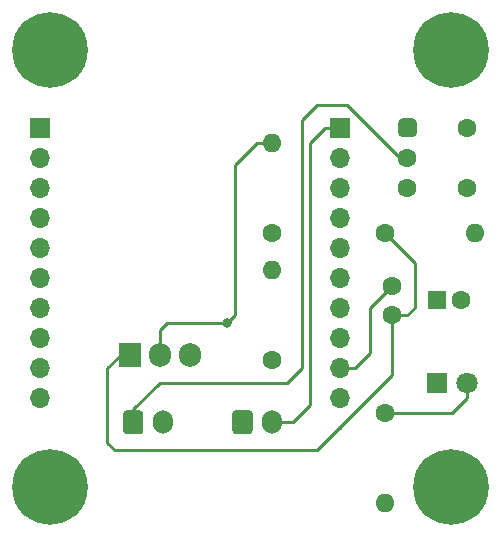
<source format=gbr>
%TF.GenerationSoftware,KiCad,Pcbnew,(5.1.9)-1*%
%TF.CreationDate,2022-08-08T16:48:10+09:00*%
%TF.ProjectId,Transmitter,5472616e-736d-4697-9474-65722e6b6963,rev?*%
%TF.SameCoordinates,Original*%
%TF.FileFunction,Copper,L2,Bot*%
%TF.FilePolarity,Positive*%
%FSLAX46Y46*%
G04 Gerber Fmt 4.6, Leading zero omitted, Abs format (unit mm)*
G04 Created by KiCad (PCBNEW (5.1.9)-1) date 2022-08-08 16:48:10*
%MOMM*%
%LPD*%
G01*
G04 APERTURE LIST*
%TA.AperFunction,ComponentPad*%
%ADD10O,1.700000X2.000000*%
%TD*%
%TA.AperFunction,ComponentPad*%
%ADD11R,1.700000X1.700000*%
%TD*%
%TA.AperFunction,ComponentPad*%
%ADD12O,1.700000X1.700000*%
%TD*%
%TA.AperFunction,ComponentPad*%
%ADD13C,1.600000*%
%TD*%
%TA.AperFunction,ComponentPad*%
%ADD14O,1.600000X1.600000*%
%TD*%
%TA.AperFunction,ComponentPad*%
%ADD15R,1.800000X1.800000*%
%TD*%
%TA.AperFunction,ComponentPad*%
%ADD16C,1.800000*%
%TD*%
%TA.AperFunction,ComponentPad*%
%ADD17C,6.400000*%
%TD*%
%TA.AperFunction,ComponentPad*%
%ADD18C,0.800000*%
%TD*%
%TA.AperFunction,ComponentPad*%
%ADD19R,1.905000X2.000000*%
%TD*%
%TA.AperFunction,ComponentPad*%
%ADD20O,1.905000X2.000000*%
%TD*%
%TA.AperFunction,ComponentPad*%
%ADD21R,1.600000X1.600000*%
%TD*%
%TA.AperFunction,ViaPad*%
%ADD22C,0.800000*%
%TD*%
%TA.AperFunction,Conductor*%
%ADD23C,0.250000*%
%TD*%
G04 APERTURE END LIST*
%TO.P,J6,1*%
%TO.N,+3V3*%
%TA.AperFunction,ComponentPad*%
G36*
G01*
X146470000Y-108240000D02*
X146470000Y-106740000D01*
G75*
G02*
X146720000Y-106490000I250000J0D01*
G01*
X147920000Y-106490000D01*
G75*
G02*
X148170000Y-106740000I0J-250000D01*
G01*
X148170000Y-108240000D01*
G75*
G02*
X147920000Y-108490000I-250000J0D01*
G01*
X146720000Y-108490000D01*
G75*
G02*
X146470000Y-108240000I0J250000D01*
G01*
G37*
%TD.AperFunction*%
D10*
%TO.P,J6,2*%
%TO.N,ESS*%
X149820000Y-107490000D03*
%TD*%
D11*
%TO.P,J3,1*%
%TO.N,N/C*%
X130175000Y-82550000D03*
D12*
%TO.P,J3,2*%
X130175000Y-85090000D03*
%TO.P,J3,3*%
X130175000Y-87630000D03*
%TO.P,J3,4*%
X130175000Y-90170000D03*
%TO.P,J3,5*%
%TO.N,+3V3*%
X130175000Y-92710000D03*
%TO.P,J3,6*%
%TO.N,N/C*%
X130175000Y-95250000D03*
%TO.P,J3,7*%
X130175000Y-97790000D03*
%TO.P,J3,8*%
X130175000Y-100330000D03*
%TO.P,J3,9*%
%TO.N,+3V3*%
X130175000Y-102870000D03*
%TO.P,J3,10*%
%TO.N,N/C*%
X130175000Y-105410000D03*
%TD*%
%TO.P,J4,10*%
%TO.N,N/C*%
X155575000Y-105410000D03*
%TO.P,J4,9*%
%TO.N,GND*%
X155575000Y-102870000D03*
%TO.P,J4,8*%
%TO.N,N/C*%
X155575000Y-100330000D03*
%TO.P,J4,7*%
X155575000Y-97790000D03*
%TO.P,J4,6*%
X155575000Y-95250000D03*
%TO.P,J4,5*%
X155575000Y-92710000D03*
%TO.P,J4,4*%
X155575000Y-90170000D03*
%TO.P,J4,3*%
X155575000Y-87630000D03*
%TO.P,J4,2*%
X155575000Y-85090000D03*
D11*
%TO.P,J4,1*%
%TO.N,ESS*%
X155575000Y-82550000D03*
%TD*%
%TO.P,J5,1*%
%TO.N,PW_IN*%
%TA.AperFunction,ComponentPad*%
G36*
G01*
X137220000Y-108240000D02*
X137220000Y-106740000D01*
G75*
G02*
X137470000Y-106490000I250000J0D01*
G01*
X138670000Y-106490000D01*
G75*
G02*
X138920000Y-106740000I0J-250000D01*
G01*
X138920000Y-108240000D01*
G75*
G02*
X138670000Y-108490000I-250000J0D01*
G01*
X137470000Y-108490000D01*
G75*
G02*
X137220000Y-108240000I0J250000D01*
G01*
G37*
%TD.AperFunction*%
D10*
%TO.P,J5,2*%
%TO.N,GND*%
X140570000Y-107490000D03*
%TD*%
D13*
%TO.P,SW1,*%
%TO.N,*%
X166370000Y-87630000D03*
X166370000Y-82550000D03*
%TO.P,SW1,1*%
%TO.N,+5V*%
%TA.AperFunction,ComponentPad*%
G36*
G01*
X162090000Y-82150000D02*
X162090000Y-82950000D01*
G75*
G02*
X161690000Y-83350000I-400000J0D01*
G01*
X160890000Y-83350000D01*
G75*
G02*
X160490000Y-82950000I0J400000D01*
G01*
X160490000Y-82150000D01*
G75*
G02*
X160890000Y-81750000I400000J0D01*
G01*
X161690000Y-81750000D01*
G75*
G02*
X162090000Y-82150000I0J-400000D01*
G01*
G37*
%TD.AperFunction*%
%TO.P,SW1,2*%
%TO.N,PW_IN*%
X161290000Y-85090000D03*
%TO.P,SW1,3*%
%TO.N,N/C*%
X161290000Y-87630000D03*
%TD*%
%TO.P,R1,1*%
%TO.N,Net-(R1-Pad1)*%
X149860000Y-91440000D03*
D14*
%TO.P,R1,2*%
%TO.N,GND*%
X149860000Y-83820000D03*
%TD*%
D13*
%TO.P,R2,1*%
%TO.N,Net-(R2-Pad1)*%
X149860000Y-102235000D03*
D14*
%TO.P,R2,2*%
%TO.N,Net-(R1-Pad1)*%
X149860000Y-94615000D03*
%TD*%
D13*
%TO.P,R3,1*%
%TO.N,+5V*%
X159385000Y-91440000D03*
D14*
%TO.P,R3,2*%
%TO.N,Net-(R2-Pad1)*%
X167005000Y-91440000D03*
%TD*%
D15*
%TO.P,D1,1*%
%TO.N,GND*%
X163830000Y-104140000D03*
D16*
%TO.P,D1,2*%
%TO.N,LED*%
X166370000Y-104140000D03*
%TD*%
D17*
%TO.P,H1,1*%
%TO.N,N/C*%
X131000000Y-76000000D03*
D18*
X133400000Y-76000000D03*
X132697056Y-77697056D03*
X131000000Y-78400000D03*
X129302944Y-77697056D03*
X128600000Y-76000000D03*
X129302944Y-74302944D03*
X131000000Y-73600000D03*
X132697056Y-74302944D03*
%TD*%
%TO.P,H2,1*%
%TO.N,N/C*%
X132697056Y-111302944D03*
X131000000Y-110600000D03*
X129302944Y-111302944D03*
X128600000Y-113000000D03*
X129302944Y-114697056D03*
X131000000Y-115400000D03*
X132697056Y-114697056D03*
X133400000Y-113000000D03*
D17*
X131000000Y-113000000D03*
%TD*%
%TO.P,H3,1*%
%TO.N,N/C*%
X165000000Y-113000000D03*
D18*
X167400000Y-113000000D03*
X166697056Y-114697056D03*
X165000000Y-115400000D03*
X163302944Y-114697056D03*
X162600000Y-113000000D03*
X163302944Y-111302944D03*
X165000000Y-110600000D03*
X166697056Y-111302944D03*
%TD*%
%TO.P,H4,1*%
%TO.N,N/C*%
X166697056Y-74302944D03*
X165000000Y-73600000D03*
X163302944Y-74302944D03*
X162600000Y-76000000D03*
X163302944Y-77697056D03*
X165000000Y-78400000D03*
X166697056Y-77697056D03*
X167400000Y-76000000D03*
D17*
X165000000Y-76000000D03*
%TD*%
D13*
%TO.P,R4,1*%
%TO.N,LED*%
X159385000Y-106680000D03*
D14*
%TO.P,R4,2*%
%TO.N,ESS*%
X159385000Y-114300000D03*
%TD*%
D19*
%TO.P,U1,1*%
%TO.N,+5V*%
X137795000Y-101750000D03*
D20*
%TO.P,U1,2*%
%TO.N,GND*%
X140335000Y-101750000D03*
%TO.P,U1,3*%
%TO.N,+3V3*%
X142875000Y-101750000D03*
%TD*%
D13*
%TO.P,C1,1*%
%TO.N,+5V*%
X160020000Y-98425000D03*
%TO.P,C1,2*%
%TO.N,GND*%
X160020000Y-95925000D03*
%TD*%
D21*
%TO.P,C2,1*%
%TO.N,+3V3*%
X163830000Y-97155000D03*
D13*
%TO.P,C2,2*%
%TO.N,GND*%
X165830000Y-97155000D03*
%TD*%
D22*
%TO.N,GND*%
X146050000Y-99060000D03*
%TD*%
D23*
%TO.N,+5V*%
X160020000Y-103505000D02*
X160020000Y-98425000D01*
X137795000Y-101750000D02*
X137010000Y-101750000D01*
X137010000Y-101750000D02*
X135890000Y-102870000D01*
X135890000Y-102870000D02*
X135890000Y-109220000D01*
X135890000Y-109220000D02*
X136525000Y-109855000D01*
X153670000Y-109855000D02*
X156210000Y-107315000D01*
X136525000Y-109855000D02*
X153670000Y-109855000D01*
X156210000Y-107315000D02*
X160020000Y-103505000D01*
X155575000Y-107950000D02*
X156210000Y-107315000D01*
X161290000Y-98425000D02*
X160020000Y-98425000D01*
X161925000Y-97790000D02*
X161290000Y-98425000D01*
X161925000Y-93980000D02*
X161925000Y-97790000D01*
X159385000Y-91440000D02*
X161925000Y-93980000D01*
%TO.N,PW_IN*%
X160655000Y-85090000D02*
X161290000Y-85090000D01*
X156210000Y-80645000D02*
X160655000Y-85090000D01*
X152400000Y-81915000D02*
X153670000Y-80645000D01*
X152400000Y-102870000D02*
X152400000Y-81915000D01*
X153670000Y-80645000D02*
X156210000Y-80645000D01*
X151130000Y-104140000D02*
X152400000Y-102870000D01*
X138070000Y-106405000D02*
X140335000Y-104140000D01*
X140335000Y-104140000D02*
X151130000Y-104140000D01*
X138070000Y-107490000D02*
X138070000Y-106405000D01*
%TO.N,ESS*%
X155575000Y-82550000D02*
X154305000Y-82550000D01*
X154305000Y-82550000D02*
X153035000Y-83820000D01*
X153035000Y-83820000D02*
X153035000Y-106045000D01*
X151590000Y-107490000D02*
X149820000Y-107490000D01*
X153035000Y-106045000D02*
X151590000Y-107490000D01*
%TO.N,LED*%
X159385000Y-106680000D02*
X165100000Y-106680000D01*
X165100000Y-106680000D02*
X166370000Y-105410000D01*
X166370000Y-105410000D02*
X166370000Y-104140000D01*
%TO.N,GND*%
X149860000Y-83820000D02*
X148590000Y-83820000D01*
X148590000Y-83820000D02*
X146685000Y-85725000D01*
X146685000Y-85725000D02*
X146685000Y-98425000D01*
X146685000Y-98425000D02*
X146050000Y-99060000D01*
X146050000Y-99060000D02*
X140970000Y-99060000D01*
X140335000Y-99695000D02*
X140335000Y-101750000D01*
X140970000Y-99060000D02*
X140335000Y-99695000D01*
X160020000Y-95925000D02*
X158115000Y-97830000D01*
X158115000Y-97830000D02*
X158115000Y-101600000D01*
X156845000Y-102870000D02*
X155575000Y-102870000D01*
X158115000Y-101600000D02*
X156845000Y-102870000D01*
X146050000Y-99060000D02*
X146050000Y-99060000D01*
%TD*%
M02*

</source>
